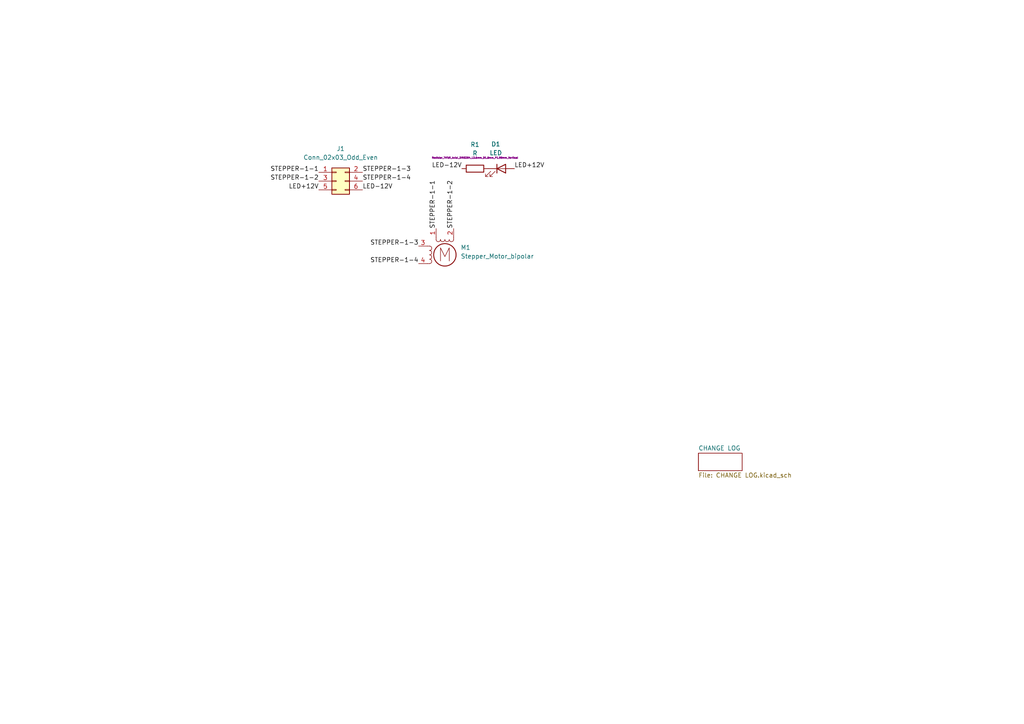
<source format=kicad_sch>
(kicad_sch (version 20230121) (generator eeschema)
  (paper "A4")
  (lib_symbols
    (symbol "Connector_Generic:Conn_02x03_Odd_Even" (pin_names (offset 1.016) hide)
      (property "Reference" "J" (at 1.27 5.08 0))
      (property "Value" "Conn_02x03_Odd_Even" (at 1.27 -5.08 0))
      (symbol "Conn_02x03_Odd_Even_1_1"
        (rectangle (start -1.27 -2.413) (end 0 -2.667) (stroke (width 0.1524)))
        (rectangle (start -1.27 0.127) (end 0 -0.127) (stroke (width 0.1524)))
        (rectangle (start -1.27 2.667) (end 0 2.413) (stroke (width 0.1524)))
        (rectangle (start -1.27 3.81) (end 3.81 -3.81) (stroke (width 0.254)) (fill (type background)))
        (rectangle (start 3.81 -2.413) (end 2.54 -2.667) (stroke (width 0.1524)))
        (rectangle (start 3.81 0.127) (end 2.54 -0.127) (stroke (width 0.1524)))
        (rectangle (start 3.81 2.667) (end 2.54 2.413) (stroke (width 0.1524)))
        (pin passive line (at -5.08 2.54 0) (length 3.81) (name "Pin_1") (number "1"))
        (pin passive line (at 7.62 2.54 180) (length 3.81) (name "Pin_2") (number "2"))
        (pin passive line (at -5.08 0 0) (length 3.81) (name "Pin_3") (number "3"))
        (pin passive line (at 7.62 0 180) (length 3.81) (name "Pin_4") (number "4"))
        (pin passive line (at -5.08 -2.54 0) (length 3.81) (name "Pin_5") (number "5"))
        (pin passive line (at 7.62 -2.54 180) (length 3.81) (name "Pin_6") (number "6"))
      )
    )
    (symbol "Device:LED" (pin_numbers hide) (pin_names (offset 1.016) hide)
      (property "Reference" "D" (at 0 2.54 0))
      (property "Value" "LED" (at 0 -2.54 0))
      (symbol "LED_0_1"
        (polyline (pts (xy -1.27 -1.27) (xy -1.27 1.27)) (stroke (width 0.254)))
        (polyline (pts (xy -1.27 0) (xy 1.27 0)))
        (polyline (pts (xy 1.27 -1.27) (xy 1.27 1.27) (xy -1.27 0) (xy 1.27 -1.27)) (stroke (width 0.254)))
        (polyline (pts (xy -3.048 -0.762) (xy -4.572 -2.286) (xy -3.81 -2.286) (xy -4.572 -2.286) (xy -4.572 -1.524)))
        (polyline (pts (xy -1.778 -0.762) (xy -3.302 -2.286) (xy -2.54 -2.286) (xy -3.302 -2.286) (xy -3.302 -1.524)))
      )
      (symbol "LED_1_1"
        (pin passive line (at -3.81 0 0) (length 2.54) (name "K") (number "1"))
        (pin passive line (at 3.81 0 180) (length 2.54) (name "A") (number "2"))
      )
    )
    (symbol "Device:R" (pin_numbers hide) (pin_names (offset 0))
      (property "Reference" "R" (at 2.032 0 90))
      (property "Value" "R" (at 0 0 90))
      (symbol "R_0_1"
        (rectangle (start -1.016 -2.54) (end 1.016 2.54) (stroke (width 0.254)))
      )
      (symbol "R_1_1"
        (pin passive line (at 0 3.81 270) (length 1.27) (name "~") (number "1"))
        (pin passive line (at 0 -3.81 90) (length 1.27) (name "~") (number "2"))
      )
    )
    (symbol "Motor:Stepper_Motor_bipolar" (pin_names (offset 0) hide)
      (property "Reference" "M" (at 3.81 2.54 0))
      (property "Value" "Stepper_Motor_bipolar" (at 3.81 1.27 0))
      (symbol "Stepper_Motor_bipolar_0_0"
        (polyline (pts (xy -1.27 -1.778) (xy -1.27 2.032) (xy 0 -0.508) (xy 1.27 2.032) (xy 1.27 -1.778)))
      )
      (symbol "Stepper_Motor_bipolar_0_1"
        (arc (start -4.445 -2.54) (mid -3.8127 -1.905) (end -4.445 -1.27))
        (arc (start -4.445 -1.27) (mid -3.8127 -0.635) (end -4.445 0))
        (arc (start -4.445 0) (mid -3.8127 0.635) (end -4.445 1.27))
        (arc (start -4.445 1.27) (mid -3.8127 1.905) (end -4.445 2.54))
        (arc (start -2.54 4.445) (mid -1.905 3.8127) (end -1.27 4.445))
        (arc (start -1.27 4.445) (mid -0.635 3.8127) (end 0 4.445))
        (polyline (pts (xy -5.08 -2.54) (xy -4.445 -2.54)))
        (polyline (pts (xy -5.08 2.54) (xy -4.445 2.54)))
        (polyline (pts (xy -2.54 5.08) (xy -2.54 4.445)))
        (polyline (pts (xy 2.54 5.08) (xy 2.54 4.445)))
        (circle (center 0 0) (radius 3.2512) (stroke (width 0.254)))
        (arc (start 0 4.445) (mid 0.635 3.8127) (end 1.27 4.445))
        (arc (start 1.27 4.445) (mid 1.905 3.8127) (end 2.54 4.445))
      )
      (symbol "Stepper_Motor_bipolar_1_1"
        (pin passive line (at -2.54 7.62 270) (length 2.54) (name "~") (number "1"))
        (pin passive line (at 2.54 7.62 270) (length 2.54) (name "-") (number "2"))
        (pin passive line (at -7.62 2.54 0) (length 2.54) (name "~") (number "3"))
        (pin passive line (at -7.62 -2.54 0) (length 2.54) (name "~") (number "4"))
      )
    )
  )
  (label "LED-12V" (at 105.156 55.0672 0))
  (label "STEPPER-1-3" (at 105.156 49.9872 0))
  (label "STEPPER-1-1" (at 92.456 49.9872 180))
  (label "LED-12V" (at 133.9596 48.9204 180))
  (label "STEPPER-1-4" (at 121.412 76.454 180))
  (label "STEPPER-1-4" (at 105.156 52.5272 0))
  (label "STEPPER-1-2" (at 131.572 66.294 90))
  (label "LED+12V" (at 92.456 55.0672 180))
  (label "STEPPER-1-3" (at 121.412 71.374 180))
  (label "STEPPER-1-2" (at 92.456 52.5272 180))
  (label "LED+12V" (at 149.1996 48.9204 0))
  (label "STEPPER-1-1" (at 126.492 66.294 90))
  (symbol (lib_id "Device:LED") (at 145.3896 48.9204 0) (unit 1)
    (property "Reference" "D1" (at 143.8021 41.8084 0))
    (property "Value" "LED" (at 143.8021 44.3484 0))
    (property "Footprint" "LED_THT:LED_D3.0mm_Clear" (effects hide))
  )
  (symbol (lib_id "Connector_Generic:Conn_02x03_Odd_Even") (at 97.536 52.5272 0) (unit 1)
    (property "Reference" "J1" (at 98.806 43.1292 0))
    (property "Value" "Conn_02x03_Odd_Even" (at 98.806 45.6692 0))
    (property "Footprint" "Connector_PinHeader_2.54mm:PinHeader_2x03_P2.54mm_Vertical" (effects hide))
  )
  (symbol (lib_id "Motor:Stepper_Motor_bipolar") (at 129.032 73.914 0) (unit 1)
    (property "Reference" "M1" (at 133.604 71.793 0) (effects (justify left)))
    (property "Value" "Stepper_Motor_bipolar" (at 133.604 74.333 0) (effects (justify left)))
    (property "Footprint" "ben:VID29-02" (effects hide))
    (property "Datasheet" "http://www.infineon.com/dgdl/Application-Note-TLE8110EE_driving_UniPolarStepperMotor_V1.1.pdf?fileId=db3a30431be39b97011be5d0aa0a00b0" (effects hide))
  )
  (symbol (lib_id "Device:R") (at 137.7696 48.9204 90) (unit 1)
    (property "Reference" "R1" (at 137.7696 41.9354 90))
    (property "Value" "R" (at 137.7696 44.4754 90))
    (property "Footprint" "Resistor_THT:R_Axial_DIN0204_L3.6mm_D1.6mm_P1.90mm_Vertical" (at 137.7696 45.7454 90) (effects (font (size 0.5 0.5))))
  )
  (sheet (at 202.565 131.445) (size 12.7 5.08) (stroke (width 0.1524))
    (property "Sheetname" "CHANGE LOG" (at 202.565 130.7334 0) (effects (justify left bottom)))
    (property "Sheetfile" "CHANGE LOG.kicad_sch" (at 202.565 137.1096 0) (effects (justify left top)))
  )
)
</source>
